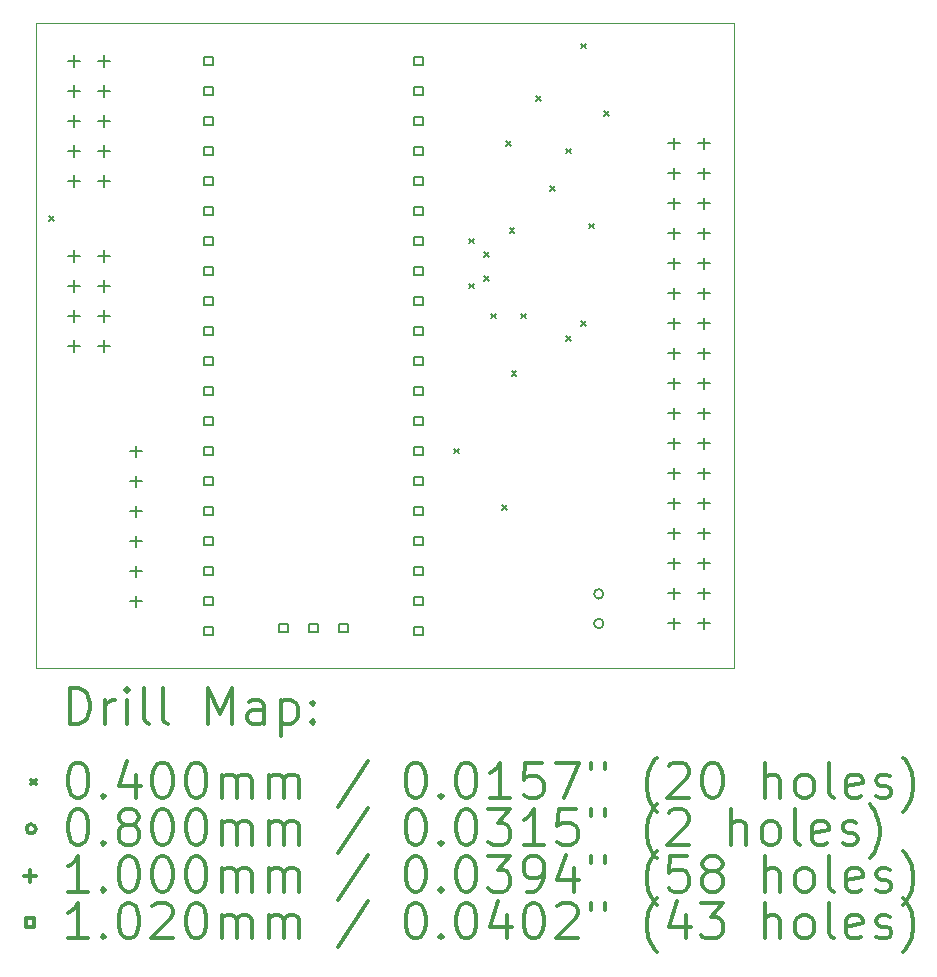
<source format=gbr>
%FSLAX45Y45*%
G04 Gerber Fmt 4.5, Leading zero omitted, Abs format (unit mm)*
G04 Created by KiCad (PCBNEW (5.1.10)-1) date 2021-07-28 22:30:25*
%MOMM*%
%LPD*%
G01*
G04 APERTURE LIST*
%TA.AperFunction,Profile*%
%ADD10C,0.050000*%
%TD*%
%ADD11C,0.200000*%
%ADD12C,0.300000*%
G04 APERTURE END LIST*
D10*
X17145000Y-11811000D02*
X11239500Y-11811000D01*
X11239500Y-6350000D02*
X17145000Y-6350000D01*
X11239500Y-6350000D02*
X11239500Y-11811000D01*
X17145000Y-11811000D02*
X17145000Y-6350000D01*
D11*
X11346500Y-7981000D02*
X11386500Y-8021000D01*
X11386500Y-7981000D02*
X11346500Y-8021000D01*
X14775500Y-9949500D02*
X14815500Y-9989500D01*
X14815500Y-9949500D02*
X14775500Y-9989500D01*
X14902500Y-8171500D02*
X14942500Y-8211500D01*
X14942500Y-8171500D02*
X14902500Y-8211500D01*
X14902500Y-8552500D02*
X14942500Y-8592500D01*
X14942500Y-8552500D02*
X14902500Y-8592500D01*
X15029500Y-8289299D02*
X15069500Y-8329299D01*
X15069500Y-8289299D02*
X15029500Y-8329299D01*
X15029500Y-8489000D02*
X15069500Y-8529000D01*
X15069500Y-8489000D02*
X15029500Y-8529000D01*
X15093000Y-8806500D02*
X15133000Y-8846500D01*
X15133000Y-8806500D02*
X15093000Y-8846500D01*
X15184000Y-10430000D02*
X15224000Y-10470000D01*
X15224000Y-10430000D02*
X15184000Y-10470000D01*
X15220000Y-7346000D02*
X15260000Y-7386000D01*
X15260000Y-7346000D02*
X15220000Y-7386000D01*
X15247500Y-8080500D02*
X15287500Y-8120500D01*
X15287500Y-8080500D02*
X15247500Y-8120500D01*
X15265343Y-9293343D02*
X15305343Y-9333343D01*
X15305343Y-9293343D02*
X15265343Y-9333343D01*
X15347000Y-8806500D02*
X15387000Y-8846500D01*
X15387000Y-8806500D02*
X15347000Y-8846500D01*
X15474000Y-6965000D02*
X15514000Y-7005000D01*
X15514000Y-6965000D02*
X15474000Y-7005000D01*
X15591799Y-7730000D02*
X15631799Y-7770000D01*
X15631799Y-7730000D02*
X15591799Y-7770000D01*
X15728000Y-7409500D02*
X15768000Y-7449500D01*
X15768000Y-7409500D02*
X15728000Y-7449500D01*
X15728000Y-8997000D02*
X15768000Y-9037000D01*
X15768000Y-8997000D02*
X15728000Y-9037000D01*
X15855000Y-6520500D02*
X15895000Y-6560500D01*
X15895000Y-6520500D02*
X15855000Y-6560500D01*
X15855000Y-8870000D02*
X15895000Y-8910000D01*
X15895000Y-8870000D02*
X15855000Y-8910000D01*
X15918500Y-8044500D02*
X15958500Y-8084500D01*
X15958500Y-8044500D02*
X15918500Y-8084500D01*
X16045500Y-7091987D02*
X16085500Y-7131987D01*
X16085500Y-7091987D02*
X16045500Y-7131987D01*
X16042000Y-11180000D02*
G75*
G03*
X16042000Y-11180000I-40000J0D01*
G01*
X16042000Y-11430000D02*
G75*
G03*
X16042000Y-11430000I-40000J0D01*
G01*
X11557000Y-6617500D02*
X11557000Y-6717500D01*
X11507000Y-6667500D02*
X11607000Y-6667500D01*
X11557000Y-6871500D02*
X11557000Y-6971500D01*
X11507000Y-6921500D02*
X11607000Y-6921500D01*
X11557000Y-7125500D02*
X11557000Y-7225500D01*
X11507000Y-7175500D02*
X11607000Y-7175500D01*
X11557000Y-7379500D02*
X11557000Y-7479500D01*
X11507000Y-7429500D02*
X11607000Y-7429500D01*
X11557000Y-7633500D02*
X11557000Y-7733500D01*
X11507000Y-7683500D02*
X11607000Y-7683500D01*
X11557000Y-8268500D02*
X11557000Y-8368500D01*
X11507000Y-8318500D02*
X11607000Y-8318500D01*
X11557000Y-8522500D02*
X11557000Y-8622500D01*
X11507000Y-8572500D02*
X11607000Y-8572500D01*
X11557000Y-8776500D02*
X11557000Y-8876500D01*
X11507000Y-8826500D02*
X11607000Y-8826500D01*
X11557000Y-9030500D02*
X11557000Y-9130500D01*
X11507000Y-9080500D02*
X11607000Y-9080500D01*
X11811000Y-6617500D02*
X11811000Y-6717500D01*
X11761000Y-6667500D02*
X11861000Y-6667500D01*
X11811000Y-6871500D02*
X11811000Y-6971500D01*
X11761000Y-6921500D02*
X11861000Y-6921500D01*
X11811000Y-7125500D02*
X11811000Y-7225500D01*
X11761000Y-7175500D02*
X11861000Y-7175500D01*
X11811000Y-7379500D02*
X11811000Y-7479500D01*
X11761000Y-7429500D02*
X11861000Y-7429500D01*
X11811000Y-7633500D02*
X11811000Y-7733500D01*
X11761000Y-7683500D02*
X11861000Y-7683500D01*
X11811000Y-8268500D02*
X11811000Y-8368500D01*
X11761000Y-8318500D02*
X11861000Y-8318500D01*
X11811000Y-8522500D02*
X11811000Y-8622500D01*
X11761000Y-8572500D02*
X11861000Y-8572500D01*
X11811000Y-8776500D02*
X11811000Y-8876500D01*
X11761000Y-8826500D02*
X11861000Y-8826500D01*
X11811000Y-9030500D02*
X11811000Y-9130500D01*
X11761000Y-9080500D02*
X11861000Y-9080500D01*
X12081510Y-9923564D02*
X12081510Y-10023564D01*
X12031510Y-9973564D02*
X12131510Y-9973564D01*
X12081510Y-10177564D02*
X12081510Y-10277564D01*
X12031510Y-10227564D02*
X12131510Y-10227564D01*
X12081510Y-10431564D02*
X12081510Y-10531564D01*
X12031510Y-10481564D02*
X12131510Y-10481564D01*
X12081510Y-10685564D02*
X12081510Y-10785564D01*
X12031510Y-10735564D02*
X12131510Y-10735564D01*
X12081510Y-10939564D02*
X12081510Y-11039564D01*
X12031510Y-10989564D02*
X12131510Y-10989564D01*
X12081510Y-11193564D02*
X12081510Y-11293564D01*
X12031510Y-11243564D02*
X12131510Y-11243564D01*
X16637000Y-7316000D02*
X16637000Y-7416000D01*
X16587000Y-7366000D02*
X16687000Y-7366000D01*
X16637000Y-7570000D02*
X16637000Y-7670000D01*
X16587000Y-7620000D02*
X16687000Y-7620000D01*
X16637000Y-7824000D02*
X16637000Y-7924000D01*
X16587000Y-7874000D02*
X16687000Y-7874000D01*
X16637000Y-8078000D02*
X16637000Y-8178000D01*
X16587000Y-8128000D02*
X16687000Y-8128000D01*
X16637000Y-8332000D02*
X16637000Y-8432000D01*
X16587000Y-8382000D02*
X16687000Y-8382000D01*
X16637000Y-8586000D02*
X16637000Y-8686000D01*
X16587000Y-8636000D02*
X16687000Y-8636000D01*
X16637000Y-8840000D02*
X16637000Y-8940000D01*
X16587000Y-8890000D02*
X16687000Y-8890000D01*
X16637000Y-9094000D02*
X16637000Y-9194000D01*
X16587000Y-9144000D02*
X16687000Y-9144000D01*
X16637000Y-9348000D02*
X16637000Y-9448000D01*
X16587000Y-9398000D02*
X16687000Y-9398000D01*
X16637000Y-9602000D02*
X16637000Y-9702000D01*
X16587000Y-9652000D02*
X16687000Y-9652000D01*
X16637000Y-9856000D02*
X16637000Y-9956000D01*
X16587000Y-9906000D02*
X16687000Y-9906000D01*
X16637000Y-10110000D02*
X16637000Y-10210000D01*
X16587000Y-10160000D02*
X16687000Y-10160000D01*
X16637000Y-10364000D02*
X16637000Y-10464000D01*
X16587000Y-10414000D02*
X16687000Y-10414000D01*
X16637000Y-10618000D02*
X16637000Y-10718000D01*
X16587000Y-10668000D02*
X16687000Y-10668000D01*
X16637000Y-10872000D02*
X16637000Y-10972000D01*
X16587000Y-10922000D02*
X16687000Y-10922000D01*
X16637000Y-11126000D02*
X16637000Y-11226000D01*
X16587000Y-11176000D02*
X16687000Y-11176000D01*
X16637000Y-11380000D02*
X16637000Y-11480000D01*
X16587000Y-11430000D02*
X16687000Y-11430000D01*
X16891000Y-7316000D02*
X16891000Y-7416000D01*
X16841000Y-7366000D02*
X16941000Y-7366000D01*
X16891000Y-7570000D02*
X16891000Y-7670000D01*
X16841000Y-7620000D02*
X16941000Y-7620000D01*
X16891000Y-7824000D02*
X16891000Y-7924000D01*
X16841000Y-7874000D02*
X16941000Y-7874000D01*
X16891000Y-8078000D02*
X16891000Y-8178000D01*
X16841000Y-8128000D02*
X16941000Y-8128000D01*
X16891000Y-8332000D02*
X16891000Y-8432000D01*
X16841000Y-8382000D02*
X16941000Y-8382000D01*
X16891000Y-8586000D02*
X16891000Y-8686000D01*
X16841000Y-8636000D02*
X16941000Y-8636000D01*
X16891000Y-8840000D02*
X16891000Y-8940000D01*
X16841000Y-8890000D02*
X16941000Y-8890000D01*
X16891000Y-9094000D02*
X16891000Y-9194000D01*
X16841000Y-9144000D02*
X16941000Y-9144000D01*
X16891000Y-9348000D02*
X16891000Y-9448000D01*
X16841000Y-9398000D02*
X16941000Y-9398000D01*
X16891000Y-9602000D02*
X16891000Y-9702000D01*
X16841000Y-9652000D02*
X16941000Y-9652000D01*
X16891000Y-9856000D02*
X16891000Y-9956000D01*
X16841000Y-9906000D02*
X16941000Y-9906000D01*
X16891000Y-10110000D02*
X16891000Y-10210000D01*
X16841000Y-10160000D02*
X16941000Y-10160000D01*
X16891000Y-10364000D02*
X16891000Y-10464000D01*
X16841000Y-10414000D02*
X16941000Y-10414000D01*
X16891000Y-10618000D02*
X16891000Y-10718000D01*
X16841000Y-10668000D02*
X16941000Y-10668000D01*
X16891000Y-10872000D02*
X16891000Y-10972000D01*
X16841000Y-10922000D02*
X16941000Y-10922000D01*
X16891000Y-11126000D02*
X16891000Y-11226000D01*
X16841000Y-11176000D02*
X16941000Y-11176000D01*
X16891000Y-11380000D02*
X16891000Y-11480000D01*
X16841000Y-11430000D02*
X16941000Y-11430000D01*
X12736063Y-6703563D02*
X12736063Y-6631437D01*
X12663937Y-6631437D01*
X12663937Y-6703563D01*
X12736063Y-6703563D01*
X12736063Y-6957563D02*
X12736063Y-6885437D01*
X12663937Y-6885437D01*
X12663937Y-6957563D01*
X12736063Y-6957563D01*
X12736063Y-7211563D02*
X12736063Y-7139437D01*
X12663937Y-7139437D01*
X12663937Y-7211563D01*
X12736063Y-7211563D01*
X12736063Y-7465563D02*
X12736063Y-7393437D01*
X12663937Y-7393437D01*
X12663937Y-7465563D01*
X12736063Y-7465563D01*
X12736063Y-7719563D02*
X12736063Y-7647437D01*
X12663937Y-7647437D01*
X12663937Y-7719563D01*
X12736063Y-7719563D01*
X12736063Y-7973563D02*
X12736063Y-7901437D01*
X12663937Y-7901437D01*
X12663937Y-7973563D01*
X12736063Y-7973563D01*
X12736063Y-8227563D02*
X12736063Y-8155437D01*
X12663937Y-8155437D01*
X12663937Y-8227563D01*
X12736063Y-8227563D01*
X12736063Y-8481563D02*
X12736063Y-8409437D01*
X12663937Y-8409437D01*
X12663937Y-8481563D01*
X12736063Y-8481563D01*
X12736063Y-8735563D02*
X12736063Y-8663437D01*
X12663937Y-8663437D01*
X12663937Y-8735563D01*
X12736063Y-8735563D01*
X12736063Y-8989563D02*
X12736063Y-8917437D01*
X12663937Y-8917437D01*
X12663937Y-8989563D01*
X12736063Y-8989563D01*
X12736063Y-9243563D02*
X12736063Y-9171437D01*
X12663937Y-9171437D01*
X12663937Y-9243563D01*
X12736063Y-9243563D01*
X12736063Y-9497563D02*
X12736063Y-9425437D01*
X12663937Y-9425437D01*
X12663937Y-9497563D01*
X12736063Y-9497563D01*
X12736063Y-9751563D02*
X12736063Y-9679437D01*
X12663937Y-9679437D01*
X12663937Y-9751563D01*
X12736063Y-9751563D01*
X12736063Y-10005563D02*
X12736063Y-9933437D01*
X12663937Y-9933437D01*
X12663937Y-10005563D01*
X12736063Y-10005563D01*
X12736063Y-10259563D02*
X12736063Y-10187437D01*
X12663937Y-10187437D01*
X12663937Y-10259563D01*
X12736063Y-10259563D01*
X12736063Y-10513563D02*
X12736063Y-10441437D01*
X12663937Y-10441437D01*
X12663937Y-10513563D01*
X12736063Y-10513563D01*
X12736063Y-10767563D02*
X12736063Y-10695437D01*
X12663937Y-10695437D01*
X12663937Y-10767563D01*
X12736063Y-10767563D01*
X12736063Y-11021563D02*
X12736063Y-10949437D01*
X12663937Y-10949437D01*
X12663937Y-11021563D01*
X12736063Y-11021563D01*
X12736063Y-11275563D02*
X12736063Y-11203437D01*
X12663937Y-11203437D01*
X12663937Y-11275563D01*
X12736063Y-11275563D01*
X12736063Y-11529563D02*
X12736063Y-11457437D01*
X12663937Y-11457437D01*
X12663937Y-11529563D01*
X12736063Y-11529563D01*
X13371063Y-11506563D02*
X13371063Y-11434437D01*
X13298937Y-11434437D01*
X13298937Y-11506563D01*
X13371063Y-11506563D01*
X13625063Y-11506563D02*
X13625063Y-11434437D01*
X13552937Y-11434437D01*
X13552937Y-11506563D01*
X13625063Y-11506563D01*
X13879063Y-11506563D02*
X13879063Y-11434437D01*
X13806937Y-11434437D01*
X13806937Y-11506563D01*
X13879063Y-11506563D01*
X14514063Y-6703563D02*
X14514063Y-6631437D01*
X14441937Y-6631437D01*
X14441937Y-6703563D01*
X14514063Y-6703563D01*
X14514063Y-6957563D02*
X14514063Y-6885437D01*
X14441937Y-6885437D01*
X14441937Y-6957563D01*
X14514063Y-6957563D01*
X14514063Y-7211563D02*
X14514063Y-7139437D01*
X14441937Y-7139437D01*
X14441937Y-7211563D01*
X14514063Y-7211563D01*
X14514063Y-7465563D02*
X14514063Y-7393437D01*
X14441937Y-7393437D01*
X14441937Y-7465563D01*
X14514063Y-7465563D01*
X14514063Y-7719563D02*
X14514063Y-7647437D01*
X14441937Y-7647437D01*
X14441937Y-7719563D01*
X14514063Y-7719563D01*
X14514063Y-7973563D02*
X14514063Y-7901437D01*
X14441937Y-7901437D01*
X14441937Y-7973563D01*
X14514063Y-7973563D01*
X14514063Y-8227563D02*
X14514063Y-8155437D01*
X14441937Y-8155437D01*
X14441937Y-8227563D01*
X14514063Y-8227563D01*
X14514063Y-8481563D02*
X14514063Y-8409437D01*
X14441937Y-8409437D01*
X14441937Y-8481563D01*
X14514063Y-8481563D01*
X14514063Y-8735563D02*
X14514063Y-8663437D01*
X14441937Y-8663437D01*
X14441937Y-8735563D01*
X14514063Y-8735563D01*
X14514063Y-8989563D02*
X14514063Y-8917437D01*
X14441937Y-8917437D01*
X14441937Y-8989563D01*
X14514063Y-8989563D01*
X14514063Y-9243563D02*
X14514063Y-9171437D01*
X14441937Y-9171437D01*
X14441937Y-9243563D01*
X14514063Y-9243563D01*
X14514063Y-9497563D02*
X14514063Y-9425437D01*
X14441937Y-9425437D01*
X14441937Y-9497563D01*
X14514063Y-9497563D01*
X14514063Y-9751563D02*
X14514063Y-9679437D01*
X14441937Y-9679437D01*
X14441937Y-9751563D01*
X14514063Y-9751563D01*
X14514063Y-10005563D02*
X14514063Y-9933437D01*
X14441937Y-9933437D01*
X14441937Y-10005563D01*
X14514063Y-10005563D01*
X14514063Y-10259563D02*
X14514063Y-10187437D01*
X14441937Y-10187437D01*
X14441937Y-10259563D01*
X14514063Y-10259563D01*
X14514063Y-10513563D02*
X14514063Y-10441437D01*
X14441937Y-10441437D01*
X14441937Y-10513563D01*
X14514063Y-10513563D01*
X14514063Y-10767563D02*
X14514063Y-10695437D01*
X14441937Y-10695437D01*
X14441937Y-10767563D01*
X14514063Y-10767563D01*
X14514063Y-11021563D02*
X14514063Y-10949437D01*
X14441937Y-10949437D01*
X14441937Y-11021563D01*
X14514063Y-11021563D01*
X14514063Y-11275563D02*
X14514063Y-11203437D01*
X14441937Y-11203437D01*
X14441937Y-11275563D01*
X14514063Y-11275563D01*
X14514063Y-11529563D02*
X14514063Y-11457437D01*
X14441937Y-11457437D01*
X14441937Y-11529563D01*
X14514063Y-11529563D01*
D12*
X11523428Y-12279214D02*
X11523428Y-11979214D01*
X11594857Y-11979214D01*
X11637714Y-11993500D01*
X11666286Y-12022071D01*
X11680571Y-12050643D01*
X11694857Y-12107786D01*
X11694857Y-12150643D01*
X11680571Y-12207786D01*
X11666286Y-12236357D01*
X11637714Y-12264929D01*
X11594857Y-12279214D01*
X11523428Y-12279214D01*
X11823428Y-12279214D02*
X11823428Y-12079214D01*
X11823428Y-12136357D02*
X11837714Y-12107786D01*
X11852000Y-12093500D01*
X11880571Y-12079214D01*
X11909143Y-12079214D01*
X12009143Y-12279214D02*
X12009143Y-12079214D01*
X12009143Y-11979214D02*
X11994857Y-11993500D01*
X12009143Y-12007786D01*
X12023428Y-11993500D01*
X12009143Y-11979214D01*
X12009143Y-12007786D01*
X12194857Y-12279214D02*
X12166286Y-12264929D01*
X12152000Y-12236357D01*
X12152000Y-11979214D01*
X12352000Y-12279214D02*
X12323428Y-12264929D01*
X12309143Y-12236357D01*
X12309143Y-11979214D01*
X12694857Y-12279214D02*
X12694857Y-11979214D01*
X12794857Y-12193500D01*
X12894857Y-11979214D01*
X12894857Y-12279214D01*
X13166286Y-12279214D02*
X13166286Y-12122071D01*
X13152000Y-12093500D01*
X13123428Y-12079214D01*
X13066286Y-12079214D01*
X13037714Y-12093500D01*
X13166286Y-12264929D02*
X13137714Y-12279214D01*
X13066286Y-12279214D01*
X13037714Y-12264929D01*
X13023428Y-12236357D01*
X13023428Y-12207786D01*
X13037714Y-12179214D01*
X13066286Y-12164929D01*
X13137714Y-12164929D01*
X13166286Y-12150643D01*
X13309143Y-12079214D02*
X13309143Y-12379214D01*
X13309143Y-12093500D02*
X13337714Y-12079214D01*
X13394857Y-12079214D01*
X13423428Y-12093500D01*
X13437714Y-12107786D01*
X13452000Y-12136357D01*
X13452000Y-12222071D01*
X13437714Y-12250643D01*
X13423428Y-12264929D01*
X13394857Y-12279214D01*
X13337714Y-12279214D01*
X13309143Y-12264929D01*
X13580571Y-12250643D02*
X13594857Y-12264929D01*
X13580571Y-12279214D01*
X13566286Y-12264929D01*
X13580571Y-12250643D01*
X13580571Y-12279214D01*
X13580571Y-12093500D02*
X13594857Y-12107786D01*
X13580571Y-12122071D01*
X13566286Y-12107786D01*
X13580571Y-12093500D01*
X13580571Y-12122071D01*
X11197000Y-12753500D02*
X11237000Y-12793500D01*
X11237000Y-12753500D02*
X11197000Y-12793500D01*
X11580571Y-12609214D02*
X11609143Y-12609214D01*
X11637714Y-12623500D01*
X11652000Y-12637786D01*
X11666286Y-12666357D01*
X11680571Y-12723500D01*
X11680571Y-12794929D01*
X11666286Y-12852071D01*
X11652000Y-12880643D01*
X11637714Y-12894929D01*
X11609143Y-12909214D01*
X11580571Y-12909214D01*
X11552000Y-12894929D01*
X11537714Y-12880643D01*
X11523428Y-12852071D01*
X11509143Y-12794929D01*
X11509143Y-12723500D01*
X11523428Y-12666357D01*
X11537714Y-12637786D01*
X11552000Y-12623500D01*
X11580571Y-12609214D01*
X11809143Y-12880643D02*
X11823428Y-12894929D01*
X11809143Y-12909214D01*
X11794857Y-12894929D01*
X11809143Y-12880643D01*
X11809143Y-12909214D01*
X12080571Y-12709214D02*
X12080571Y-12909214D01*
X12009143Y-12594929D02*
X11937714Y-12809214D01*
X12123428Y-12809214D01*
X12294857Y-12609214D02*
X12323428Y-12609214D01*
X12352000Y-12623500D01*
X12366286Y-12637786D01*
X12380571Y-12666357D01*
X12394857Y-12723500D01*
X12394857Y-12794929D01*
X12380571Y-12852071D01*
X12366286Y-12880643D01*
X12352000Y-12894929D01*
X12323428Y-12909214D01*
X12294857Y-12909214D01*
X12266286Y-12894929D01*
X12252000Y-12880643D01*
X12237714Y-12852071D01*
X12223428Y-12794929D01*
X12223428Y-12723500D01*
X12237714Y-12666357D01*
X12252000Y-12637786D01*
X12266286Y-12623500D01*
X12294857Y-12609214D01*
X12580571Y-12609214D02*
X12609143Y-12609214D01*
X12637714Y-12623500D01*
X12652000Y-12637786D01*
X12666286Y-12666357D01*
X12680571Y-12723500D01*
X12680571Y-12794929D01*
X12666286Y-12852071D01*
X12652000Y-12880643D01*
X12637714Y-12894929D01*
X12609143Y-12909214D01*
X12580571Y-12909214D01*
X12552000Y-12894929D01*
X12537714Y-12880643D01*
X12523428Y-12852071D01*
X12509143Y-12794929D01*
X12509143Y-12723500D01*
X12523428Y-12666357D01*
X12537714Y-12637786D01*
X12552000Y-12623500D01*
X12580571Y-12609214D01*
X12809143Y-12909214D02*
X12809143Y-12709214D01*
X12809143Y-12737786D02*
X12823428Y-12723500D01*
X12852000Y-12709214D01*
X12894857Y-12709214D01*
X12923428Y-12723500D01*
X12937714Y-12752071D01*
X12937714Y-12909214D01*
X12937714Y-12752071D02*
X12952000Y-12723500D01*
X12980571Y-12709214D01*
X13023428Y-12709214D01*
X13052000Y-12723500D01*
X13066286Y-12752071D01*
X13066286Y-12909214D01*
X13209143Y-12909214D02*
X13209143Y-12709214D01*
X13209143Y-12737786D02*
X13223428Y-12723500D01*
X13252000Y-12709214D01*
X13294857Y-12709214D01*
X13323428Y-12723500D01*
X13337714Y-12752071D01*
X13337714Y-12909214D01*
X13337714Y-12752071D02*
X13352000Y-12723500D01*
X13380571Y-12709214D01*
X13423428Y-12709214D01*
X13452000Y-12723500D01*
X13466286Y-12752071D01*
X13466286Y-12909214D01*
X14052000Y-12594929D02*
X13794857Y-12980643D01*
X14437714Y-12609214D02*
X14466286Y-12609214D01*
X14494857Y-12623500D01*
X14509143Y-12637786D01*
X14523428Y-12666357D01*
X14537714Y-12723500D01*
X14537714Y-12794929D01*
X14523428Y-12852071D01*
X14509143Y-12880643D01*
X14494857Y-12894929D01*
X14466286Y-12909214D01*
X14437714Y-12909214D01*
X14409143Y-12894929D01*
X14394857Y-12880643D01*
X14380571Y-12852071D01*
X14366286Y-12794929D01*
X14366286Y-12723500D01*
X14380571Y-12666357D01*
X14394857Y-12637786D01*
X14409143Y-12623500D01*
X14437714Y-12609214D01*
X14666286Y-12880643D02*
X14680571Y-12894929D01*
X14666286Y-12909214D01*
X14652000Y-12894929D01*
X14666286Y-12880643D01*
X14666286Y-12909214D01*
X14866286Y-12609214D02*
X14894857Y-12609214D01*
X14923428Y-12623500D01*
X14937714Y-12637786D01*
X14952000Y-12666357D01*
X14966286Y-12723500D01*
X14966286Y-12794929D01*
X14952000Y-12852071D01*
X14937714Y-12880643D01*
X14923428Y-12894929D01*
X14894857Y-12909214D01*
X14866286Y-12909214D01*
X14837714Y-12894929D01*
X14823428Y-12880643D01*
X14809143Y-12852071D01*
X14794857Y-12794929D01*
X14794857Y-12723500D01*
X14809143Y-12666357D01*
X14823428Y-12637786D01*
X14837714Y-12623500D01*
X14866286Y-12609214D01*
X15252000Y-12909214D02*
X15080571Y-12909214D01*
X15166286Y-12909214D02*
X15166286Y-12609214D01*
X15137714Y-12652071D01*
X15109143Y-12680643D01*
X15080571Y-12694929D01*
X15523428Y-12609214D02*
X15380571Y-12609214D01*
X15366286Y-12752071D01*
X15380571Y-12737786D01*
X15409143Y-12723500D01*
X15480571Y-12723500D01*
X15509143Y-12737786D01*
X15523428Y-12752071D01*
X15537714Y-12780643D01*
X15537714Y-12852071D01*
X15523428Y-12880643D01*
X15509143Y-12894929D01*
X15480571Y-12909214D01*
X15409143Y-12909214D01*
X15380571Y-12894929D01*
X15366286Y-12880643D01*
X15637714Y-12609214D02*
X15837714Y-12609214D01*
X15709143Y-12909214D01*
X15937714Y-12609214D02*
X15937714Y-12666357D01*
X16052000Y-12609214D02*
X16052000Y-12666357D01*
X16494857Y-13023500D02*
X16480571Y-13009214D01*
X16452000Y-12966357D01*
X16437714Y-12937786D01*
X16423428Y-12894929D01*
X16409143Y-12823500D01*
X16409143Y-12766357D01*
X16423428Y-12694929D01*
X16437714Y-12652071D01*
X16452000Y-12623500D01*
X16480571Y-12580643D01*
X16494857Y-12566357D01*
X16594857Y-12637786D02*
X16609143Y-12623500D01*
X16637714Y-12609214D01*
X16709143Y-12609214D01*
X16737714Y-12623500D01*
X16752000Y-12637786D01*
X16766286Y-12666357D01*
X16766286Y-12694929D01*
X16752000Y-12737786D01*
X16580571Y-12909214D01*
X16766286Y-12909214D01*
X16952000Y-12609214D02*
X16980571Y-12609214D01*
X17009143Y-12623500D01*
X17023428Y-12637786D01*
X17037714Y-12666357D01*
X17052000Y-12723500D01*
X17052000Y-12794929D01*
X17037714Y-12852071D01*
X17023428Y-12880643D01*
X17009143Y-12894929D01*
X16980571Y-12909214D01*
X16952000Y-12909214D01*
X16923428Y-12894929D01*
X16909143Y-12880643D01*
X16894857Y-12852071D01*
X16880571Y-12794929D01*
X16880571Y-12723500D01*
X16894857Y-12666357D01*
X16909143Y-12637786D01*
X16923428Y-12623500D01*
X16952000Y-12609214D01*
X17409143Y-12909214D02*
X17409143Y-12609214D01*
X17537714Y-12909214D02*
X17537714Y-12752071D01*
X17523428Y-12723500D01*
X17494857Y-12709214D01*
X17452000Y-12709214D01*
X17423428Y-12723500D01*
X17409143Y-12737786D01*
X17723428Y-12909214D02*
X17694857Y-12894929D01*
X17680571Y-12880643D01*
X17666286Y-12852071D01*
X17666286Y-12766357D01*
X17680571Y-12737786D01*
X17694857Y-12723500D01*
X17723428Y-12709214D01*
X17766286Y-12709214D01*
X17794857Y-12723500D01*
X17809143Y-12737786D01*
X17823428Y-12766357D01*
X17823428Y-12852071D01*
X17809143Y-12880643D01*
X17794857Y-12894929D01*
X17766286Y-12909214D01*
X17723428Y-12909214D01*
X17994857Y-12909214D02*
X17966286Y-12894929D01*
X17952000Y-12866357D01*
X17952000Y-12609214D01*
X18223428Y-12894929D02*
X18194857Y-12909214D01*
X18137714Y-12909214D01*
X18109143Y-12894929D01*
X18094857Y-12866357D01*
X18094857Y-12752071D01*
X18109143Y-12723500D01*
X18137714Y-12709214D01*
X18194857Y-12709214D01*
X18223428Y-12723500D01*
X18237714Y-12752071D01*
X18237714Y-12780643D01*
X18094857Y-12809214D01*
X18352000Y-12894929D02*
X18380571Y-12909214D01*
X18437714Y-12909214D01*
X18466286Y-12894929D01*
X18480571Y-12866357D01*
X18480571Y-12852071D01*
X18466286Y-12823500D01*
X18437714Y-12809214D01*
X18394857Y-12809214D01*
X18366286Y-12794929D01*
X18352000Y-12766357D01*
X18352000Y-12752071D01*
X18366286Y-12723500D01*
X18394857Y-12709214D01*
X18437714Y-12709214D01*
X18466286Y-12723500D01*
X18580571Y-13023500D02*
X18594857Y-13009214D01*
X18623428Y-12966357D01*
X18637714Y-12937786D01*
X18652000Y-12894929D01*
X18666286Y-12823500D01*
X18666286Y-12766357D01*
X18652000Y-12694929D01*
X18637714Y-12652071D01*
X18623428Y-12623500D01*
X18594857Y-12580643D01*
X18580571Y-12566357D01*
X11237000Y-13169500D02*
G75*
G03*
X11237000Y-13169500I-40000J0D01*
G01*
X11580571Y-13005214D02*
X11609143Y-13005214D01*
X11637714Y-13019500D01*
X11652000Y-13033786D01*
X11666286Y-13062357D01*
X11680571Y-13119500D01*
X11680571Y-13190929D01*
X11666286Y-13248071D01*
X11652000Y-13276643D01*
X11637714Y-13290929D01*
X11609143Y-13305214D01*
X11580571Y-13305214D01*
X11552000Y-13290929D01*
X11537714Y-13276643D01*
X11523428Y-13248071D01*
X11509143Y-13190929D01*
X11509143Y-13119500D01*
X11523428Y-13062357D01*
X11537714Y-13033786D01*
X11552000Y-13019500D01*
X11580571Y-13005214D01*
X11809143Y-13276643D02*
X11823428Y-13290929D01*
X11809143Y-13305214D01*
X11794857Y-13290929D01*
X11809143Y-13276643D01*
X11809143Y-13305214D01*
X11994857Y-13133786D02*
X11966286Y-13119500D01*
X11952000Y-13105214D01*
X11937714Y-13076643D01*
X11937714Y-13062357D01*
X11952000Y-13033786D01*
X11966286Y-13019500D01*
X11994857Y-13005214D01*
X12052000Y-13005214D01*
X12080571Y-13019500D01*
X12094857Y-13033786D01*
X12109143Y-13062357D01*
X12109143Y-13076643D01*
X12094857Y-13105214D01*
X12080571Y-13119500D01*
X12052000Y-13133786D01*
X11994857Y-13133786D01*
X11966286Y-13148071D01*
X11952000Y-13162357D01*
X11937714Y-13190929D01*
X11937714Y-13248071D01*
X11952000Y-13276643D01*
X11966286Y-13290929D01*
X11994857Y-13305214D01*
X12052000Y-13305214D01*
X12080571Y-13290929D01*
X12094857Y-13276643D01*
X12109143Y-13248071D01*
X12109143Y-13190929D01*
X12094857Y-13162357D01*
X12080571Y-13148071D01*
X12052000Y-13133786D01*
X12294857Y-13005214D02*
X12323428Y-13005214D01*
X12352000Y-13019500D01*
X12366286Y-13033786D01*
X12380571Y-13062357D01*
X12394857Y-13119500D01*
X12394857Y-13190929D01*
X12380571Y-13248071D01*
X12366286Y-13276643D01*
X12352000Y-13290929D01*
X12323428Y-13305214D01*
X12294857Y-13305214D01*
X12266286Y-13290929D01*
X12252000Y-13276643D01*
X12237714Y-13248071D01*
X12223428Y-13190929D01*
X12223428Y-13119500D01*
X12237714Y-13062357D01*
X12252000Y-13033786D01*
X12266286Y-13019500D01*
X12294857Y-13005214D01*
X12580571Y-13005214D02*
X12609143Y-13005214D01*
X12637714Y-13019500D01*
X12652000Y-13033786D01*
X12666286Y-13062357D01*
X12680571Y-13119500D01*
X12680571Y-13190929D01*
X12666286Y-13248071D01*
X12652000Y-13276643D01*
X12637714Y-13290929D01*
X12609143Y-13305214D01*
X12580571Y-13305214D01*
X12552000Y-13290929D01*
X12537714Y-13276643D01*
X12523428Y-13248071D01*
X12509143Y-13190929D01*
X12509143Y-13119500D01*
X12523428Y-13062357D01*
X12537714Y-13033786D01*
X12552000Y-13019500D01*
X12580571Y-13005214D01*
X12809143Y-13305214D02*
X12809143Y-13105214D01*
X12809143Y-13133786D02*
X12823428Y-13119500D01*
X12852000Y-13105214D01*
X12894857Y-13105214D01*
X12923428Y-13119500D01*
X12937714Y-13148071D01*
X12937714Y-13305214D01*
X12937714Y-13148071D02*
X12952000Y-13119500D01*
X12980571Y-13105214D01*
X13023428Y-13105214D01*
X13052000Y-13119500D01*
X13066286Y-13148071D01*
X13066286Y-13305214D01*
X13209143Y-13305214D02*
X13209143Y-13105214D01*
X13209143Y-13133786D02*
X13223428Y-13119500D01*
X13252000Y-13105214D01*
X13294857Y-13105214D01*
X13323428Y-13119500D01*
X13337714Y-13148071D01*
X13337714Y-13305214D01*
X13337714Y-13148071D02*
X13352000Y-13119500D01*
X13380571Y-13105214D01*
X13423428Y-13105214D01*
X13452000Y-13119500D01*
X13466286Y-13148071D01*
X13466286Y-13305214D01*
X14052000Y-12990929D02*
X13794857Y-13376643D01*
X14437714Y-13005214D02*
X14466286Y-13005214D01*
X14494857Y-13019500D01*
X14509143Y-13033786D01*
X14523428Y-13062357D01*
X14537714Y-13119500D01*
X14537714Y-13190929D01*
X14523428Y-13248071D01*
X14509143Y-13276643D01*
X14494857Y-13290929D01*
X14466286Y-13305214D01*
X14437714Y-13305214D01*
X14409143Y-13290929D01*
X14394857Y-13276643D01*
X14380571Y-13248071D01*
X14366286Y-13190929D01*
X14366286Y-13119500D01*
X14380571Y-13062357D01*
X14394857Y-13033786D01*
X14409143Y-13019500D01*
X14437714Y-13005214D01*
X14666286Y-13276643D02*
X14680571Y-13290929D01*
X14666286Y-13305214D01*
X14652000Y-13290929D01*
X14666286Y-13276643D01*
X14666286Y-13305214D01*
X14866286Y-13005214D02*
X14894857Y-13005214D01*
X14923428Y-13019500D01*
X14937714Y-13033786D01*
X14952000Y-13062357D01*
X14966286Y-13119500D01*
X14966286Y-13190929D01*
X14952000Y-13248071D01*
X14937714Y-13276643D01*
X14923428Y-13290929D01*
X14894857Y-13305214D01*
X14866286Y-13305214D01*
X14837714Y-13290929D01*
X14823428Y-13276643D01*
X14809143Y-13248071D01*
X14794857Y-13190929D01*
X14794857Y-13119500D01*
X14809143Y-13062357D01*
X14823428Y-13033786D01*
X14837714Y-13019500D01*
X14866286Y-13005214D01*
X15066286Y-13005214D02*
X15252000Y-13005214D01*
X15152000Y-13119500D01*
X15194857Y-13119500D01*
X15223428Y-13133786D01*
X15237714Y-13148071D01*
X15252000Y-13176643D01*
X15252000Y-13248071D01*
X15237714Y-13276643D01*
X15223428Y-13290929D01*
X15194857Y-13305214D01*
X15109143Y-13305214D01*
X15080571Y-13290929D01*
X15066286Y-13276643D01*
X15537714Y-13305214D02*
X15366286Y-13305214D01*
X15452000Y-13305214D02*
X15452000Y-13005214D01*
X15423428Y-13048071D01*
X15394857Y-13076643D01*
X15366286Y-13090929D01*
X15809143Y-13005214D02*
X15666286Y-13005214D01*
X15652000Y-13148071D01*
X15666286Y-13133786D01*
X15694857Y-13119500D01*
X15766286Y-13119500D01*
X15794857Y-13133786D01*
X15809143Y-13148071D01*
X15823428Y-13176643D01*
X15823428Y-13248071D01*
X15809143Y-13276643D01*
X15794857Y-13290929D01*
X15766286Y-13305214D01*
X15694857Y-13305214D01*
X15666286Y-13290929D01*
X15652000Y-13276643D01*
X15937714Y-13005214D02*
X15937714Y-13062357D01*
X16052000Y-13005214D02*
X16052000Y-13062357D01*
X16494857Y-13419500D02*
X16480571Y-13405214D01*
X16452000Y-13362357D01*
X16437714Y-13333786D01*
X16423428Y-13290929D01*
X16409143Y-13219500D01*
X16409143Y-13162357D01*
X16423428Y-13090929D01*
X16437714Y-13048071D01*
X16452000Y-13019500D01*
X16480571Y-12976643D01*
X16494857Y-12962357D01*
X16594857Y-13033786D02*
X16609143Y-13019500D01*
X16637714Y-13005214D01*
X16709143Y-13005214D01*
X16737714Y-13019500D01*
X16752000Y-13033786D01*
X16766286Y-13062357D01*
X16766286Y-13090929D01*
X16752000Y-13133786D01*
X16580571Y-13305214D01*
X16766286Y-13305214D01*
X17123428Y-13305214D02*
X17123428Y-13005214D01*
X17252000Y-13305214D02*
X17252000Y-13148071D01*
X17237714Y-13119500D01*
X17209143Y-13105214D01*
X17166286Y-13105214D01*
X17137714Y-13119500D01*
X17123428Y-13133786D01*
X17437714Y-13305214D02*
X17409143Y-13290929D01*
X17394857Y-13276643D01*
X17380571Y-13248071D01*
X17380571Y-13162357D01*
X17394857Y-13133786D01*
X17409143Y-13119500D01*
X17437714Y-13105214D01*
X17480571Y-13105214D01*
X17509143Y-13119500D01*
X17523428Y-13133786D01*
X17537714Y-13162357D01*
X17537714Y-13248071D01*
X17523428Y-13276643D01*
X17509143Y-13290929D01*
X17480571Y-13305214D01*
X17437714Y-13305214D01*
X17709143Y-13305214D02*
X17680571Y-13290929D01*
X17666286Y-13262357D01*
X17666286Y-13005214D01*
X17937714Y-13290929D02*
X17909143Y-13305214D01*
X17852000Y-13305214D01*
X17823428Y-13290929D01*
X17809143Y-13262357D01*
X17809143Y-13148071D01*
X17823428Y-13119500D01*
X17852000Y-13105214D01*
X17909143Y-13105214D01*
X17937714Y-13119500D01*
X17952000Y-13148071D01*
X17952000Y-13176643D01*
X17809143Y-13205214D01*
X18066286Y-13290929D02*
X18094857Y-13305214D01*
X18152000Y-13305214D01*
X18180571Y-13290929D01*
X18194857Y-13262357D01*
X18194857Y-13248071D01*
X18180571Y-13219500D01*
X18152000Y-13205214D01*
X18109143Y-13205214D01*
X18080571Y-13190929D01*
X18066286Y-13162357D01*
X18066286Y-13148071D01*
X18080571Y-13119500D01*
X18109143Y-13105214D01*
X18152000Y-13105214D01*
X18180571Y-13119500D01*
X18294857Y-13419500D02*
X18309143Y-13405214D01*
X18337714Y-13362357D01*
X18352000Y-13333786D01*
X18366286Y-13290929D01*
X18380571Y-13219500D01*
X18380571Y-13162357D01*
X18366286Y-13090929D01*
X18352000Y-13048071D01*
X18337714Y-13019500D01*
X18309143Y-12976643D01*
X18294857Y-12962357D01*
X11187000Y-13515500D02*
X11187000Y-13615500D01*
X11137000Y-13565500D02*
X11237000Y-13565500D01*
X11680571Y-13701214D02*
X11509143Y-13701214D01*
X11594857Y-13701214D02*
X11594857Y-13401214D01*
X11566286Y-13444071D01*
X11537714Y-13472643D01*
X11509143Y-13486929D01*
X11809143Y-13672643D02*
X11823428Y-13686929D01*
X11809143Y-13701214D01*
X11794857Y-13686929D01*
X11809143Y-13672643D01*
X11809143Y-13701214D01*
X12009143Y-13401214D02*
X12037714Y-13401214D01*
X12066286Y-13415500D01*
X12080571Y-13429786D01*
X12094857Y-13458357D01*
X12109143Y-13515500D01*
X12109143Y-13586929D01*
X12094857Y-13644071D01*
X12080571Y-13672643D01*
X12066286Y-13686929D01*
X12037714Y-13701214D01*
X12009143Y-13701214D01*
X11980571Y-13686929D01*
X11966286Y-13672643D01*
X11952000Y-13644071D01*
X11937714Y-13586929D01*
X11937714Y-13515500D01*
X11952000Y-13458357D01*
X11966286Y-13429786D01*
X11980571Y-13415500D01*
X12009143Y-13401214D01*
X12294857Y-13401214D02*
X12323428Y-13401214D01*
X12352000Y-13415500D01*
X12366286Y-13429786D01*
X12380571Y-13458357D01*
X12394857Y-13515500D01*
X12394857Y-13586929D01*
X12380571Y-13644071D01*
X12366286Y-13672643D01*
X12352000Y-13686929D01*
X12323428Y-13701214D01*
X12294857Y-13701214D01*
X12266286Y-13686929D01*
X12252000Y-13672643D01*
X12237714Y-13644071D01*
X12223428Y-13586929D01*
X12223428Y-13515500D01*
X12237714Y-13458357D01*
X12252000Y-13429786D01*
X12266286Y-13415500D01*
X12294857Y-13401214D01*
X12580571Y-13401214D02*
X12609143Y-13401214D01*
X12637714Y-13415500D01*
X12652000Y-13429786D01*
X12666286Y-13458357D01*
X12680571Y-13515500D01*
X12680571Y-13586929D01*
X12666286Y-13644071D01*
X12652000Y-13672643D01*
X12637714Y-13686929D01*
X12609143Y-13701214D01*
X12580571Y-13701214D01*
X12552000Y-13686929D01*
X12537714Y-13672643D01*
X12523428Y-13644071D01*
X12509143Y-13586929D01*
X12509143Y-13515500D01*
X12523428Y-13458357D01*
X12537714Y-13429786D01*
X12552000Y-13415500D01*
X12580571Y-13401214D01*
X12809143Y-13701214D02*
X12809143Y-13501214D01*
X12809143Y-13529786D02*
X12823428Y-13515500D01*
X12852000Y-13501214D01*
X12894857Y-13501214D01*
X12923428Y-13515500D01*
X12937714Y-13544071D01*
X12937714Y-13701214D01*
X12937714Y-13544071D02*
X12952000Y-13515500D01*
X12980571Y-13501214D01*
X13023428Y-13501214D01*
X13052000Y-13515500D01*
X13066286Y-13544071D01*
X13066286Y-13701214D01*
X13209143Y-13701214D02*
X13209143Y-13501214D01*
X13209143Y-13529786D02*
X13223428Y-13515500D01*
X13252000Y-13501214D01*
X13294857Y-13501214D01*
X13323428Y-13515500D01*
X13337714Y-13544071D01*
X13337714Y-13701214D01*
X13337714Y-13544071D02*
X13352000Y-13515500D01*
X13380571Y-13501214D01*
X13423428Y-13501214D01*
X13452000Y-13515500D01*
X13466286Y-13544071D01*
X13466286Y-13701214D01*
X14052000Y-13386929D02*
X13794857Y-13772643D01*
X14437714Y-13401214D02*
X14466286Y-13401214D01*
X14494857Y-13415500D01*
X14509143Y-13429786D01*
X14523428Y-13458357D01*
X14537714Y-13515500D01*
X14537714Y-13586929D01*
X14523428Y-13644071D01*
X14509143Y-13672643D01*
X14494857Y-13686929D01*
X14466286Y-13701214D01*
X14437714Y-13701214D01*
X14409143Y-13686929D01*
X14394857Y-13672643D01*
X14380571Y-13644071D01*
X14366286Y-13586929D01*
X14366286Y-13515500D01*
X14380571Y-13458357D01*
X14394857Y-13429786D01*
X14409143Y-13415500D01*
X14437714Y-13401214D01*
X14666286Y-13672643D02*
X14680571Y-13686929D01*
X14666286Y-13701214D01*
X14652000Y-13686929D01*
X14666286Y-13672643D01*
X14666286Y-13701214D01*
X14866286Y-13401214D02*
X14894857Y-13401214D01*
X14923428Y-13415500D01*
X14937714Y-13429786D01*
X14952000Y-13458357D01*
X14966286Y-13515500D01*
X14966286Y-13586929D01*
X14952000Y-13644071D01*
X14937714Y-13672643D01*
X14923428Y-13686929D01*
X14894857Y-13701214D01*
X14866286Y-13701214D01*
X14837714Y-13686929D01*
X14823428Y-13672643D01*
X14809143Y-13644071D01*
X14794857Y-13586929D01*
X14794857Y-13515500D01*
X14809143Y-13458357D01*
X14823428Y-13429786D01*
X14837714Y-13415500D01*
X14866286Y-13401214D01*
X15066286Y-13401214D02*
X15252000Y-13401214D01*
X15152000Y-13515500D01*
X15194857Y-13515500D01*
X15223428Y-13529786D01*
X15237714Y-13544071D01*
X15252000Y-13572643D01*
X15252000Y-13644071D01*
X15237714Y-13672643D01*
X15223428Y-13686929D01*
X15194857Y-13701214D01*
X15109143Y-13701214D01*
X15080571Y-13686929D01*
X15066286Y-13672643D01*
X15394857Y-13701214D02*
X15452000Y-13701214D01*
X15480571Y-13686929D01*
X15494857Y-13672643D01*
X15523428Y-13629786D01*
X15537714Y-13572643D01*
X15537714Y-13458357D01*
X15523428Y-13429786D01*
X15509143Y-13415500D01*
X15480571Y-13401214D01*
X15423428Y-13401214D01*
X15394857Y-13415500D01*
X15380571Y-13429786D01*
X15366286Y-13458357D01*
X15366286Y-13529786D01*
X15380571Y-13558357D01*
X15394857Y-13572643D01*
X15423428Y-13586929D01*
X15480571Y-13586929D01*
X15509143Y-13572643D01*
X15523428Y-13558357D01*
X15537714Y-13529786D01*
X15794857Y-13501214D02*
X15794857Y-13701214D01*
X15723428Y-13386929D02*
X15652000Y-13601214D01*
X15837714Y-13601214D01*
X15937714Y-13401214D02*
X15937714Y-13458357D01*
X16052000Y-13401214D02*
X16052000Y-13458357D01*
X16494857Y-13815500D02*
X16480571Y-13801214D01*
X16452000Y-13758357D01*
X16437714Y-13729786D01*
X16423428Y-13686929D01*
X16409143Y-13615500D01*
X16409143Y-13558357D01*
X16423428Y-13486929D01*
X16437714Y-13444071D01*
X16452000Y-13415500D01*
X16480571Y-13372643D01*
X16494857Y-13358357D01*
X16752000Y-13401214D02*
X16609143Y-13401214D01*
X16594857Y-13544071D01*
X16609143Y-13529786D01*
X16637714Y-13515500D01*
X16709143Y-13515500D01*
X16737714Y-13529786D01*
X16752000Y-13544071D01*
X16766286Y-13572643D01*
X16766286Y-13644071D01*
X16752000Y-13672643D01*
X16737714Y-13686929D01*
X16709143Y-13701214D01*
X16637714Y-13701214D01*
X16609143Y-13686929D01*
X16594857Y-13672643D01*
X16937714Y-13529786D02*
X16909143Y-13515500D01*
X16894857Y-13501214D01*
X16880571Y-13472643D01*
X16880571Y-13458357D01*
X16894857Y-13429786D01*
X16909143Y-13415500D01*
X16937714Y-13401214D01*
X16994857Y-13401214D01*
X17023428Y-13415500D01*
X17037714Y-13429786D01*
X17052000Y-13458357D01*
X17052000Y-13472643D01*
X17037714Y-13501214D01*
X17023428Y-13515500D01*
X16994857Y-13529786D01*
X16937714Y-13529786D01*
X16909143Y-13544071D01*
X16894857Y-13558357D01*
X16880571Y-13586929D01*
X16880571Y-13644071D01*
X16894857Y-13672643D01*
X16909143Y-13686929D01*
X16937714Y-13701214D01*
X16994857Y-13701214D01*
X17023428Y-13686929D01*
X17037714Y-13672643D01*
X17052000Y-13644071D01*
X17052000Y-13586929D01*
X17037714Y-13558357D01*
X17023428Y-13544071D01*
X16994857Y-13529786D01*
X17409143Y-13701214D02*
X17409143Y-13401214D01*
X17537714Y-13701214D02*
X17537714Y-13544071D01*
X17523428Y-13515500D01*
X17494857Y-13501214D01*
X17452000Y-13501214D01*
X17423428Y-13515500D01*
X17409143Y-13529786D01*
X17723428Y-13701214D02*
X17694857Y-13686929D01*
X17680571Y-13672643D01*
X17666286Y-13644071D01*
X17666286Y-13558357D01*
X17680571Y-13529786D01*
X17694857Y-13515500D01*
X17723428Y-13501214D01*
X17766286Y-13501214D01*
X17794857Y-13515500D01*
X17809143Y-13529786D01*
X17823428Y-13558357D01*
X17823428Y-13644071D01*
X17809143Y-13672643D01*
X17794857Y-13686929D01*
X17766286Y-13701214D01*
X17723428Y-13701214D01*
X17994857Y-13701214D02*
X17966286Y-13686929D01*
X17952000Y-13658357D01*
X17952000Y-13401214D01*
X18223428Y-13686929D02*
X18194857Y-13701214D01*
X18137714Y-13701214D01*
X18109143Y-13686929D01*
X18094857Y-13658357D01*
X18094857Y-13544071D01*
X18109143Y-13515500D01*
X18137714Y-13501214D01*
X18194857Y-13501214D01*
X18223428Y-13515500D01*
X18237714Y-13544071D01*
X18237714Y-13572643D01*
X18094857Y-13601214D01*
X18352000Y-13686929D02*
X18380571Y-13701214D01*
X18437714Y-13701214D01*
X18466286Y-13686929D01*
X18480571Y-13658357D01*
X18480571Y-13644071D01*
X18466286Y-13615500D01*
X18437714Y-13601214D01*
X18394857Y-13601214D01*
X18366286Y-13586929D01*
X18352000Y-13558357D01*
X18352000Y-13544071D01*
X18366286Y-13515500D01*
X18394857Y-13501214D01*
X18437714Y-13501214D01*
X18466286Y-13515500D01*
X18580571Y-13815500D02*
X18594857Y-13801214D01*
X18623428Y-13758357D01*
X18637714Y-13729786D01*
X18652000Y-13686929D01*
X18666286Y-13615500D01*
X18666286Y-13558357D01*
X18652000Y-13486929D01*
X18637714Y-13444071D01*
X18623428Y-13415500D01*
X18594857Y-13372643D01*
X18580571Y-13358357D01*
X11222063Y-13997563D02*
X11222063Y-13925437D01*
X11149937Y-13925437D01*
X11149937Y-13997563D01*
X11222063Y-13997563D01*
X11680571Y-14097214D02*
X11509143Y-14097214D01*
X11594857Y-14097214D02*
X11594857Y-13797214D01*
X11566286Y-13840071D01*
X11537714Y-13868643D01*
X11509143Y-13882929D01*
X11809143Y-14068643D02*
X11823428Y-14082929D01*
X11809143Y-14097214D01*
X11794857Y-14082929D01*
X11809143Y-14068643D01*
X11809143Y-14097214D01*
X12009143Y-13797214D02*
X12037714Y-13797214D01*
X12066286Y-13811500D01*
X12080571Y-13825786D01*
X12094857Y-13854357D01*
X12109143Y-13911500D01*
X12109143Y-13982929D01*
X12094857Y-14040071D01*
X12080571Y-14068643D01*
X12066286Y-14082929D01*
X12037714Y-14097214D01*
X12009143Y-14097214D01*
X11980571Y-14082929D01*
X11966286Y-14068643D01*
X11952000Y-14040071D01*
X11937714Y-13982929D01*
X11937714Y-13911500D01*
X11952000Y-13854357D01*
X11966286Y-13825786D01*
X11980571Y-13811500D01*
X12009143Y-13797214D01*
X12223428Y-13825786D02*
X12237714Y-13811500D01*
X12266286Y-13797214D01*
X12337714Y-13797214D01*
X12366286Y-13811500D01*
X12380571Y-13825786D01*
X12394857Y-13854357D01*
X12394857Y-13882929D01*
X12380571Y-13925786D01*
X12209143Y-14097214D01*
X12394857Y-14097214D01*
X12580571Y-13797214D02*
X12609143Y-13797214D01*
X12637714Y-13811500D01*
X12652000Y-13825786D01*
X12666286Y-13854357D01*
X12680571Y-13911500D01*
X12680571Y-13982929D01*
X12666286Y-14040071D01*
X12652000Y-14068643D01*
X12637714Y-14082929D01*
X12609143Y-14097214D01*
X12580571Y-14097214D01*
X12552000Y-14082929D01*
X12537714Y-14068643D01*
X12523428Y-14040071D01*
X12509143Y-13982929D01*
X12509143Y-13911500D01*
X12523428Y-13854357D01*
X12537714Y-13825786D01*
X12552000Y-13811500D01*
X12580571Y-13797214D01*
X12809143Y-14097214D02*
X12809143Y-13897214D01*
X12809143Y-13925786D02*
X12823428Y-13911500D01*
X12852000Y-13897214D01*
X12894857Y-13897214D01*
X12923428Y-13911500D01*
X12937714Y-13940071D01*
X12937714Y-14097214D01*
X12937714Y-13940071D02*
X12952000Y-13911500D01*
X12980571Y-13897214D01*
X13023428Y-13897214D01*
X13052000Y-13911500D01*
X13066286Y-13940071D01*
X13066286Y-14097214D01*
X13209143Y-14097214D02*
X13209143Y-13897214D01*
X13209143Y-13925786D02*
X13223428Y-13911500D01*
X13252000Y-13897214D01*
X13294857Y-13897214D01*
X13323428Y-13911500D01*
X13337714Y-13940071D01*
X13337714Y-14097214D01*
X13337714Y-13940071D02*
X13352000Y-13911500D01*
X13380571Y-13897214D01*
X13423428Y-13897214D01*
X13452000Y-13911500D01*
X13466286Y-13940071D01*
X13466286Y-14097214D01*
X14052000Y-13782929D02*
X13794857Y-14168643D01*
X14437714Y-13797214D02*
X14466286Y-13797214D01*
X14494857Y-13811500D01*
X14509143Y-13825786D01*
X14523428Y-13854357D01*
X14537714Y-13911500D01*
X14537714Y-13982929D01*
X14523428Y-14040071D01*
X14509143Y-14068643D01*
X14494857Y-14082929D01*
X14466286Y-14097214D01*
X14437714Y-14097214D01*
X14409143Y-14082929D01*
X14394857Y-14068643D01*
X14380571Y-14040071D01*
X14366286Y-13982929D01*
X14366286Y-13911500D01*
X14380571Y-13854357D01*
X14394857Y-13825786D01*
X14409143Y-13811500D01*
X14437714Y-13797214D01*
X14666286Y-14068643D02*
X14680571Y-14082929D01*
X14666286Y-14097214D01*
X14652000Y-14082929D01*
X14666286Y-14068643D01*
X14666286Y-14097214D01*
X14866286Y-13797214D02*
X14894857Y-13797214D01*
X14923428Y-13811500D01*
X14937714Y-13825786D01*
X14952000Y-13854357D01*
X14966286Y-13911500D01*
X14966286Y-13982929D01*
X14952000Y-14040071D01*
X14937714Y-14068643D01*
X14923428Y-14082929D01*
X14894857Y-14097214D01*
X14866286Y-14097214D01*
X14837714Y-14082929D01*
X14823428Y-14068643D01*
X14809143Y-14040071D01*
X14794857Y-13982929D01*
X14794857Y-13911500D01*
X14809143Y-13854357D01*
X14823428Y-13825786D01*
X14837714Y-13811500D01*
X14866286Y-13797214D01*
X15223428Y-13897214D02*
X15223428Y-14097214D01*
X15152000Y-13782929D02*
X15080571Y-13997214D01*
X15266286Y-13997214D01*
X15437714Y-13797214D02*
X15466286Y-13797214D01*
X15494857Y-13811500D01*
X15509143Y-13825786D01*
X15523428Y-13854357D01*
X15537714Y-13911500D01*
X15537714Y-13982929D01*
X15523428Y-14040071D01*
X15509143Y-14068643D01*
X15494857Y-14082929D01*
X15466286Y-14097214D01*
X15437714Y-14097214D01*
X15409143Y-14082929D01*
X15394857Y-14068643D01*
X15380571Y-14040071D01*
X15366286Y-13982929D01*
X15366286Y-13911500D01*
X15380571Y-13854357D01*
X15394857Y-13825786D01*
X15409143Y-13811500D01*
X15437714Y-13797214D01*
X15652000Y-13825786D02*
X15666286Y-13811500D01*
X15694857Y-13797214D01*
X15766286Y-13797214D01*
X15794857Y-13811500D01*
X15809143Y-13825786D01*
X15823428Y-13854357D01*
X15823428Y-13882929D01*
X15809143Y-13925786D01*
X15637714Y-14097214D01*
X15823428Y-14097214D01*
X15937714Y-13797214D02*
X15937714Y-13854357D01*
X16052000Y-13797214D02*
X16052000Y-13854357D01*
X16494857Y-14211500D02*
X16480571Y-14197214D01*
X16452000Y-14154357D01*
X16437714Y-14125786D01*
X16423428Y-14082929D01*
X16409143Y-14011500D01*
X16409143Y-13954357D01*
X16423428Y-13882929D01*
X16437714Y-13840071D01*
X16452000Y-13811500D01*
X16480571Y-13768643D01*
X16494857Y-13754357D01*
X16737714Y-13897214D02*
X16737714Y-14097214D01*
X16666286Y-13782929D02*
X16594857Y-13997214D01*
X16780571Y-13997214D01*
X16866286Y-13797214D02*
X17052000Y-13797214D01*
X16952000Y-13911500D01*
X16994857Y-13911500D01*
X17023428Y-13925786D01*
X17037714Y-13940071D01*
X17052000Y-13968643D01*
X17052000Y-14040071D01*
X17037714Y-14068643D01*
X17023428Y-14082929D01*
X16994857Y-14097214D01*
X16909143Y-14097214D01*
X16880571Y-14082929D01*
X16866286Y-14068643D01*
X17409143Y-14097214D02*
X17409143Y-13797214D01*
X17537714Y-14097214D02*
X17537714Y-13940071D01*
X17523428Y-13911500D01*
X17494857Y-13897214D01*
X17452000Y-13897214D01*
X17423428Y-13911500D01*
X17409143Y-13925786D01*
X17723428Y-14097214D02*
X17694857Y-14082929D01*
X17680571Y-14068643D01*
X17666286Y-14040071D01*
X17666286Y-13954357D01*
X17680571Y-13925786D01*
X17694857Y-13911500D01*
X17723428Y-13897214D01*
X17766286Y-13897214D01*
X17794857Y-13911500D01*
X17809143Y-13925786D01*
X17823428Y-13954357D01*
X17823428Y-14040071D01*
X17809143Y-14068643D01*
X17794857Y-14082929D01*
X17766286Y-14097214D01*
X17723428Y-14097214D01*
X17994857Y-14097214D02*
X17966286Y-14082929D01*
X17952000Y-14054357D01*
X17952000Y-13797214D01*
X18223428Y-14082929D02*
X18194857Y-14097214D01*
X18137714Y-14097214D01*
X18109143Y-14082929D01*
X18094857Y-14054357D01*
X18094857Y-13940071D01*
X18109143Y-13911500D01*
X18137714Y-13897214D01*
X18194857Y-13897214D01*
X18223428Y-13911500D01*
X18237714Y-13940071D01*
X18237714Y-13968643D01*
X18094857Y-13997214D01*
X18352000Y-14082929D02*
X18380571Y-14097214D01*
X18437714Y-14097214D01*
X18466286Y-14082929D01*
X18480571Y-14054357D01*
X18480571Y-14040071D01*
X18466286Y-14011500D01*
X18437714Y-13997214D01*
X18394857Y-13997214D01*
X18366286Y-13982929D01*
X18352000Y-13954357D01*
X18352000Y-13940071D01*
X18366286Y-13911500D01*
X18394857Y-13897214D01*
X18437714Y-13897214D01*
X18466286Y-13911500D01*
X18580571Y-14211500D02*
X18594857Y-14197214D01*
X18623428Y-14154357D01*
X18637714Y-14125786D01*
X18652000Y-14082929D01*
X18666286Y-14011500D01*
X18666286Y-13954357D01*
X18652000Y-13882929D01*
X18637714Y-13840071D01*
X18623428Y-13811500D01*
X18594857Y-13768643D01*
X18580571Y-13754357D01*
M02*

</source>
